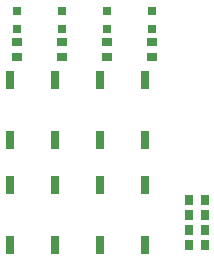
<source format=gbr>
G04 EAGLE Gerber RS-274X export*
G75*
%MOMM*%
%FSLAX34Y34*%
%LPD*%
%INSolderpaste Top*%
%IPPOS*%
%AMOC8*
5,1,8,0,0,1.08239X$1,22.5*%
G01*
%ADD10R,0.900000X0.700000*%
%ADD11R,0.700000X0.900000*%
%ADD12R,0.800000X0.800000*%
%ADD13R,0.762000X1.524000*%


D10*
X25400Y273200D03*
X25400Y260200D03*
X63500Y273200D03*
X63500Y260200D03*
X101600Y273200D03*
X101600Y260200D03*
X139700Y273200D03*
X139700Y260200D03*
D11*
X184300Y101600D03*
X171300Y101600D03*
X184300Y127000D03*
X171300Y127000D03*
X184300Y114300D03*
X171300Y114300D03*
X184300Y139700D03*
X171300Y139700D03*
D12*
X25400Y299600D03*
X25400Y284600D03*
X63500Y299600D03*
X63500Y284600D03*
X101600Y299600D03*
X101600Y284600D03*
X139700Y299600D03*
X139700Y284600D03*
D13*
X19050Y101600D03*
X19050Y152400D03*
X57150Y101600D03*
X57150Y152400D03*
X19050Y190500D03*
X19050Y241300D03*
X57150Y190500D03*
X57150Y241300D03*
X95250Y101600D03*
X95250Y152400D03*
X133350Y101600D03*
X133350Y152400D03*
X95250Y190500D03*
X95250Y241300D03*
X133350Y190500D03*
X133350Y241300D03*
M02*

</source>
